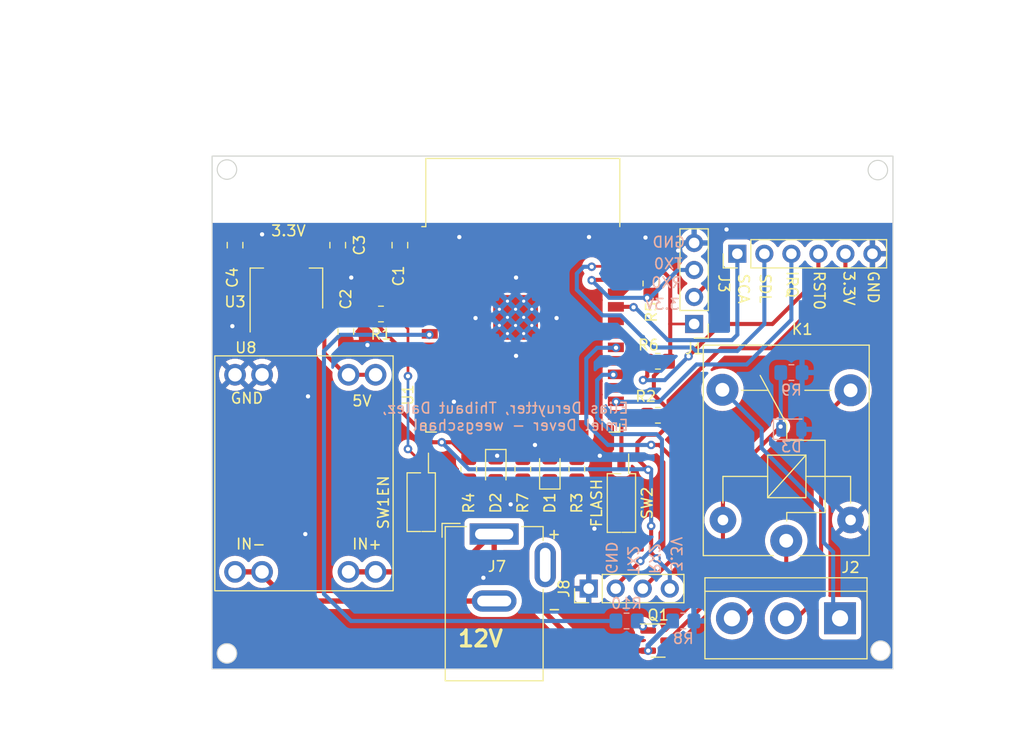
<source format=kicad_pcb>
(kicad_pcb (version 20221018) (generator pcbnew)
  (layers (0 "F.Cu" signal) (31 "B.Cu" signal) (34 "B.Paste" user) (35 "F.Paste" user) (36 "B.SilkS" user "B.Silkscreen") (37 "F.SilkS" user "F.Silkscreen") (38 "B.Mask" user) (39 "F.Mask" user) (44 "Edge.Cuts" user))
  (net 0 "")
  (net 1 "+3.3V")
  (net 2 "GND")
  (net 3 "VDD")
  (net 4 "Net-(D1-K)")
  (net 5 "GPIO2")
  (net 6 "Net-(D2-A)")
  (net 7 "RX0")
  (net 8 "TX0")
  (net 9 "/EN")
  (net 10 "GPIO0")
  (net 11 "GPIO5")
  (net 12 "Net-(D3-K)")
  (net 13 "Net-(J2-Pin_1)")
  (net 14 "Net-(J2-Pin_2)")
  (net 15 "Net-(J2-Pin_3)")
  (net 16 "+12V")
  (net 17 "Net-(Q1-B)")
  (net 18 "A8")
  (net 19 "GPIO32")
  (net 30 "GPIO4")
  (net 36 "GPIO21")
  (net 37 "GPIO22")
  (net 42 "Net-(J7-Pad2)")
  (net 45 "TX2")
  (net 46 "RX2")
  (footprint "RF_Module:ESP32-WROOM-32" (layer "F.Cu") (at 125.095 63.328)
    (fp_text reference "U1" (at -10.795 6.395 90) (layer "F.SilkS"))
    (fp_text value "ESP32-WROOM-32")
    (pad "1" smd rect (at -8.75 -8.25) (size 1.5 0.9) (layers "F.Cu" "F.Paste" "F.Mask") (net 2 "GND"))
    (pad "2" smd rect (at -8.75 -6.98) (size 1.5 0.9) (layers "F.Cu" "F.Paste" "F.Mask") (net 1 "+3.3V"))
    (pad "3" smd rect (at -8.75 -5.71) (size 1.5 0.9) (layers "F.Cu" "F.Paste" "F.Mask") (net 9 "/EN"))
    (pad "4" smd rect (at -8.75 -4.44) (size 1.5 0.9) (layers "F.Cu" "F.Paste" "F.Mask"))
    (pad "5" smd rect (at -8.75 -3.17) (size 1.5 0.9) (layers "F.Cu" "F.Paste" "F.Mask"))
    (pad "6" smd rect (at -8.75 -1.9) (size 1.5 0.9) (layers "F.Cu" "F.Paste" "F.Mask"))
    (pad "7" smd rect (at -8.75 -0.63) (size 1.5 0.9) (layers "F.Cu" "F.Paste" "F.Mask"))
    (pad "8" smd rect (at -8.75 0.64) (size 1.5 0.9) (layers "F.Cu" "F.Paste" "F.Mask") (net 19 "GPIO32"))
    (pad "9" smd rect (at -8.75 1.91) (size 1.5 0.9) (layers "F.Cu" "F.Paste" "F.Mask"))
    (pad "10" smd rect (at -8.75 3.18) (size 1.5 0.9) (layers "F.Cu" "F.Paste" "F.Mask") (net 18 "A8"))
    (pad "11" smd rect (at -8.75 4.45) (size 1.5 0.9) (layers "F.Cu" "F.Paste" "F.Mask"))
    (pad "12" smd rect (at -8.75 5.72) (size 1.5 0.9) (layers "F.Cu" "F.Paste" "F.Mask"))
    (pad "13" smd rect (at -8.75 6.99) (size 1.5 0.9) (layers "F.Cu" "F.Paste" "F.Mask"))
    (pad "14" smd rect (at -8.75 8.26) (size 1.5 0.9) (layers "F.Cu" "F.Paste" "F.Mask"))
    (pad "15" smd rect (at -5.71 9.51 90) (size 1.5 0.9) (layers "F.Cu" "F.Paste" "F.Mask") (net 2 "GND"))
    (pad "16" smd rect (at -4.44 9.51 90) (size 1.5 0.9) (layers "F.Cu" "F.Paste" "F.Mask"))
    (pad "17" smd rect (at -3.17 9.51 90) (size 1.5 0.9) (layers "F.Cu" "F.Paste" "F.Mask"))
    (pad "18" smd rect (at -1.9 9.51 90) (size 1.5 0.9) (layers "F.Cu" "F.Paste" "F.Mask"))
    (pad "19" smd rect (at -0.63 9.51 90) (size 1.5 0.9) (layers "F.Cu" "F.Paste" "F.Mask"))
    (pad "20" smd rect (at 0.64 9.51 90) (size 1.5 0.9) (layers "F.Cu" "F.Paste" "F.Mask"))
    (pad "21" smd rect (at 1.91 9.51 90) (size 1.5 0.9) (layers "F.Cu" "F.Paste" "F.Mask"))
    (pad "22" smd rect (at 3.18 9.51 90) (size 1.5 0.9) (layers "F.Cu" "F.Paste" "F.Mask"))
    (pad "23" smd rect (at 4.45 9.51 90) (size 1.5 0.9) (layers "F.Cu" "F.Paste" "F.Mask"))
    (pad "24" smd rect (at 5.72 9.51 90) (size 1.5 0.9) (layers "F.Cu" "F.Paste" "F.Mask") (net 5 "GPIO2"))
    (pad "25" smd rect (at 8.75 8.26) (size 1.5 0.9) (layers "F.Cu" "F.Paste" "F.Mask") (net 10 "GPIO0"))
    (pad "26" smd rect (at 8.75 6.99) (size 1.5 0.9) (layers "F.Cu" "F.Paste" "F.Mask") (net 30 "GPIO4"))
    (pad "27" smd rect (at 8.75 5.72) (size 1.5 0.9) (layers "F.Cu" "F.Paste" "F.Mask"))
    (pad "28" smd rect (at 8.75 4.45) (size 1.5 0.9) (layers "F.Cu" "F.Paste" "F.Mask") (net 45 "TX2"))
    (pad "29" smd rect (at 8.75 3.18) (size 1.5 0.9) (layers "F.Cu" "F.Paste" "F.Mask") (net 11 "GPIO5"))
    (pad "30" smd rect (at 8.75 1.91) (size 1.5 0.9) (layers "F.Cu" "F.Paste" "F.Mask") (net 46 "RX2"))
    (pad "31" smd rect (at 8.75 0.64) (size 1.5 0.9) (layers "F.Cu" "F.Paste" "F.Mask"))
    (pad "32" smd rect (at 8.75 -0.63) (size 1.5 0.9) (layers "F.Cu" "F.Paste" "F.Mask"))
    (pad "33" smd rect (at 8.75 -1.9) (size 1.5 0.9) (layers "F.Cu" "F.Paste" "F.Mask") (net 36 "GPIO21"))
    (pad "34" smd rect (at 8.75 -3.17) (size 1.5 0.9) (layers "F.Cu" "F.Paste" "F.Mask") (net 7 "RX0"))
    (pad "35" smd rect (at 8.75 -4.44) (size 1.5 0.9) (layers "F.Cu" "F.Paste" "F.Mask") (net 8 "TX0"))
    (pad "36" smd rect (at 8.75 -5.71) (size 1.5 0.9) (layers "F.Cu" "F.Paste" "F.Mask") (net 37 "GPIO22"))
    (pad "37" smd rect (at 8.75 -6.98) (size 1.5 0.9) (layers "F.Cu" "F.Paste" "F.Mask"))
    (pad "38" smd rect (at 8.75 -8.25) (size 1.5 0.9) (layers "F.Cu" "F.Paste" "F.Mask") (net 2 "GND"))
    (pad "39" smd rect (at -2.205 -2.435) (size 1.05 1.05) (layers "F.Cu" "F.Paste") (net 2 "GND"))
    (pad "39" thru_hole circle (at -2.205 -1.6725) (size 0.6 0.6) (drill 0.3) (property pad_prop_heatsink) (layers "*.Cu" "F.Mask") (net 2 "GND"))
    (pad "39" smd rect (at -2.205 -0.91) (size 1.05 1.05) (layers "F.Cu" "F.Paste") (net 2 "GND"))
    (pad "39" thru_hole circle (at -2.205 -0.1475) (size 0.6 0.6) (drill 0.3) (property pad_prop_heatsink) (layers "*.Cu" "F.Mask") (net 2 "GND"))
    (pad "39" smd rect (at -2.205 0.615) (size 1.05 1.05) (layers "F.Cu" "F.Paste") (net 2 "GND"))
    (pad "39" thru_hole circle (at -1.4425 -2.435) (size 0.6 0.6) (drill 0.3) (property pad_prop_heatsink) (layers "*.Cu" "F.Mask") (net 2 "GND"))
    (pad "39" thru_hole circle (at -1.4425 -0.91) (size 0.6 0.6) (drill 0.3) (property pad_prop_heatsink) (layers "*.Cu" "F.Mask") (net 2 "GND"))
    (pad "39" thru_hole circle (at -1.4425 0.615) (size 0.6 0.6) (drill 0.3) (property pad_prop_heatsink) (layers "*.Cu" "F.Mask") (net 2 "GND"))
    (pad "39" smd rect (at -0.68 -2.435) (size 1.05 1.05) (layers "F.Cu" "F.Paste") (net 2 "GND"))
    (pad "39" thru_hole circle (at -0.68 -1.6725) (size 0.6 0.6) (drill 0.3) (property pad_prop_heatsink) (layers "*.Cu" "F.Mask") (net 2 "GND"))
    (pad "39" smd rect (at -0.68 -0.91) (size 1.05 1.05) (layers "F.Cu" "F.Paste") (net 2 "GND"))
    (pad "39" smd rect (at -0.68 -0.91) (size 4.2 4.2) (layers "F.Cu" "F.Mask") (net 2 "GND"))
    (pad "39" thru_hole circle (at -0.68 -0.1475) (size 0.6 0.6) (drill 0.3) (property pad_prop_heatsink) (layers "*.Cu" "F.Mask") (net 2 "GND"))
    (pad "39" smd rect (at -0.68 0.615) (size 1.05 1.05) (layers "F.Cu" "F.Paste") (net 2 "GND"))
    (pad "39" thru_hole circle (at 0.0825 -2.435) (size 0.6 0.6) (drill 0.3) (property pad_prop_heatsink) (layers "*.Cu" "F.Mask") (net 2 "GND"))
    (pad "39" thru_hole circle (at 0.0825 -0.91) (size 0.6 0.6) (drill 0.3) (property pad_prop_heatsink) (layers "*.Cu" "F.Mask") (net 2 "GND"))
    (pad "39" thru_hole circle (at 0.0825 0.615) (size 0.6 0.6) (drill 0.3) (property pad_prop_heatsink) (layers "*.Cu" "F.Mask") (net 2 "GND"))
    (pad "39" smd rect (at 0.845 -2.435) (size 1.05 1.05) (layers "F.Cu" "F.Paste") (net 2 "GND"))
    (pad "39" thru_hole circle (at 0.845 -1.6725) (size 0.6 0.6) (drill 0.3) (property pad_prop_heatsink) (layers "*.Cu" "F.Mask") (net 2 "GND"))
    (pad "39" smd rect (at 0.845 -0.91) (size 1.05 1.05) (layers "F.Cu" "F.Paste") (net 2 "GND"))
    (pad "39" thru_hole circle (at 0.845 -0.1475) (size 0.6 0.6) (drill 0.3) (property pad_prop_heatsink) (layers "*.Cu" "F.Mask") (net 2 "GND"))
    (pad "39" smd rect (at 0.845 0.615) (size 1.05 1.05) (layers "F.Cu" "F.Paste") (net 2 "GND"))
    (zone (net 0) (net_name "") (layers "F.Cu" "In1.Cu" "B.Cu") (connect_pads (clearance 0)) (min_thickness 0.254)
      (keepout (tracks not_allowed) (vias not_allowed) (pads not_allowed) (copperpour not_allowed) (footprints not_allowed))
      (fill (thermal_gap 0.508) (thermal_bridge_width 0.508))
      (polygon (pts (xy 83.315 53.528) (xy 166.875 53.528) (xy 166.875 32.588) (xy 83.315 32.588)))
    )
  )
  (footprint "Connector_PinHeader_2.54mm:PinHeader_1x06_P2.54mm_Vertical" (layer "F.Cu") (at 145.264 56.436 90)
    (fp_text reference "J3" (at -2.794 -1.27 270 unlocked) (layer "F.SilkS"))
    (fp_text value "Conn_01x06_Pin")
    (pad "1" thru_hole rect (at 0 0 90) (size 1.7 1.7) (drill 1) (layers "*.Cu" "*.Mask") (net 36 "GPIO21"))
    (pad "2" thru_hole oval (at 0 2.54 90) (size 1.7 1.7) (drill 1) (layers "*.Cu" "*.Mask") (net 37 "GPIO22"))
    (pad "3" thru_hole oval (at 0 5.08 90) (size 1.7 1.7) (drill 1) (layers "*.Cu" "*.Mask") (net 30 "GPIO4"))
    (pad "4" thru_hole oval (at 0 7.62 90) (size 1.7 1.7) (drill 1) (layers "*.Cu" "*.Mask") (net 11 "GPIO5"))
    (pad "5" thru_hole oval (at 0 10.16 90) (size 1.7 1.7) (drill 1) (layers "*.Cu" "*.Mask") (net 1 "+3.3V"))
    (pad "6" thru_hole oval (at 0 12.7 90) (size 1.7 1.7) (drill 1) (layers "*.Cu" "*.Mask") (net 2 "GND"))
  )
  (footprint "Capacitor_SMD:C_0805_2012Metric_Pad1.18x1.45mm_HandSolder" (layer "F.Cu") (at 108.458 63.754 -90)
    (fp_text reference "C2" (at -3.048 0 90) (layer "F.SilkS"))
    (fp_text value "10uF")
    (pad "1" smd roundrect (at -1.0375 0 270) (size 1.175 1.45) (layers "F.Cu" "F.Paste" "F.Mask") (roundrect_rratio 0.2127659574) (net 3 "VDD"))
    (pad "2" smd roundrect (at 1.0375 0 270) (size 1.175 1.45) (layers "F.Cu" "F.Paste" "F.Mask") (roundrect_rratio 0.2127659574) (net 2 "GND"))
  )
  (footprint "Package_TO_SOT_SMD:SOT-223-3_TabPin2" (layer "F.Cu") (at 102.87 59.69 90)
    (fp_text reference "U3" (at -1.27 -4.826 180) (layer "F.SilkS"))
    (fp_text value "AMS1117-3.3")
    (pad "1" smd rect (at -3.15 -2.3 90) (size 2 1.5) (layers "F.Cu" "F.Paste" "F.Mask") (net 2 "GND"))
    (pad "2" smd rect (at -3.15 0 90) (size 2 1.5) (layers "F.Cu" "F.Paste" "F.Mask") (net 1 "+3.3V"))
    (pad "2" smd rect (at 3.15 0 90) (size 2 3.8) (layers "F.Cu" "F.Paste" "F.Mask") (net 1 "+3.3V"))
    (pad "3" smd rect (at -3.15 2.3 90) (size 2 1.5) (layers "F.Cu" "F.Paste" "F.Mask") (net 3 "VDD"))
  )
  (footprint "Relay_THT:Relay_SPDT_SANYOU_SRD_Series_Form_C" (layer "F.Cu") (at 149.86 83.43 90)
    (fp_text reference "K1" (at 19.882 1.5 180) (layer "F.SilkS"))
    (fp_text value "SANYOU_SRD_Form_C")
    (pad "1" thru_hole circle (at 0 0 180) (size 3 3) (drill 1.3) (layers "*.Cu" "*.Mask") (net 15 "Net-(J2-Pin_3)"))
    (pad "2" thru_hole circle (at 1.95 6.05 180) (size 2.5 2.5) (drill 1) (layers "*.Cu" "*.Mask") (net 2 "GND"))
    (pad "3" thru_hole circle (at 14.15 6.05 180) (size 3 3) (drill 1.3) (layers "*.Cu" "*.Mask") (net 14 "Net-(J2-Pin_2)"))
    (pad "4" thru_hole circle (at 14.2 -6 180) (size 3 3) (drill 1.3) (layers "*.Cu" "*.Mask") (net 13 "Net-(J2-Pin_1)"))
    (pad "5" thru_hole circle (at 1.95 -5.95 180) (size 2.5 2.5) (drill 1) (layers "*.Cu" "*.Mask") (net 12 "Net-(D3-K)"))
  )
  (footprint "Button_Switch_SMD:SW_DIP_SPSTx01_Slide_Copal_CHS-01B_W7.62mm_P1.27mm" (layer "F.Cu") (at 134.366 79.883 -90)
    (fp_text reference "SW2" (at 0 -2.413 90) (layer "F.SilkS"))
    (fp_text value "FLASH" (at 0 2.33 90) (layer "F.SilkS"))
    (pad "1" smd rect (at -3.81 0 270) (size 1.6 0.76) (layers "F.Cu" "F.Paste" "F.Mask") (net 10 "GPIO0"))
    (pad "2" smd rect (at 3.81 0 270) (size 1.6 0.76) (layers "F.Cu" "F.Paste" "F.Mask") (net 2 "GND"))
  )
  (footprint "Package_TO_SOT_SMD:SOT-23" (layer "F.Cu") (at 137.8195 92.824)
    (fp_text reference "Q1" (at 0 -2.4) (layer "F.SilkS"))
    (fp_text value "MMBT3906")
    (pad "1" smd roundrect (at -0.9375 -0.95) (size 1.475 0.6) (layers "F.Cu" "F.Paste" "F.Mask") (net 17 "Net-(Q1-B)"))
    (pad "2" smd roundrect (at -0.9375 0.95) (size 1.475 0.6) (layers "F.Cu" "F.Paste" "F.Mask") (net 16 "+12V"))
    (pad "3" smd roundrect (at 0.9375 0) (size 1.475 0.6) (layers "F.Cu" "F.Paste" "F.Mask") (net 12 "Net-(D3-K)"))
  )
  (footprint "Resistor_SMD:R_0805_2012Metric_Pad1.20x1.40mm_HandSolder" (layer "F.Cu") (at 111.76 62.103)
    (fp_text reference "R1" (at 0 1.905) (layer "F.SilkS"))
    (fp_text value "10K")
    (pad "1" smd roundrect (at -1 0) (size 1.2 1.4) (layers "F.Cu" "F.Paste" "F.Mask") (roundrect_rratio 0.2083333333) (net 1 "+3.3V"))
    (pad "2" smd roundrect (at 1 0) (size 1.2 1.4) (layers "F.Cu" "F.Paste" "F.Mask") (roundrect_rratio 0.2083333333) (net 9 "/EN"))
  )
  (footprint "Button_Switch_SMD:SW_DIP_SPSTx01_Slide_Copal_CHS-01B_W7.62mm_P1.27mm" (layer "F.Cu") (at 115.546 79.804 -90)
    (fp_text reference "SW1" (at 1.016 3.556 90) (layer "F.SilkS"))
    (fp_text value "EN" (at -1.524 3.556 90) (layer "F.SilkS"))
    (pad "1" smd rect (at -3.81 0 270) (size 1.6 0.76) (layers "F.Cu" "F.Paste" "F.Mask") (net 9 "/EN"))
    (pad "2" smd rect (at 3.81 0 270) (size 1.6 0.76) (layers "F.Cu" "F.Paste" "F.Mask") (net 2 "GND"))
  )
  (footprint "Resistor_SMD:R_0805_2012Metric_Pad1.20x1.40mm_HandSolder" (layer "F.Cu") (at 137.795 71.628 180)
    (fp_text reference "R2" (at 1.143 1.778) (layer "F.SilkS"))
    (fp_text value "10K")
    (pad "1" smd roundrect (at -1 0 180) (size 1.2 1.4) (layers "F.Cu" "F.Paste" "F.Mask") (roundrect_rratio 0.2083333333) (net 1 "+3.3V"))
    (pad "2" smd roundrect (at 1 0 180) (size 1.2 1.4) (layers "F.Cu" "F.Paste" "F.Mask") (roundrect_rratio 0.2083333333) (net 10 "GPIO0"))
  )
  (footprint "Resistor_SMD:R_0805_2012Metric_Pad1.20x1.40mm_HandSolder" (layer "F.Cu") (at 137.136 59.23 -90)
    (fp_text reference "R5" (at 2.691 -0.048 -270) (layer "F.SilkS"))
    (fp_text value "10K")
    (pad "1" smd roundrect (at -1 0 270) (size 1.2 1.4) (layers "F.Cu" "F.Paste" "F.Mask") (roundrect_rratio 0.2083333333) (net 1 "+3.3V"))
    (pad "2" smd roundrect (at 1 0 270) (size 1.2 1.4) (layers "F.Cu" "F.Paste" "F.Mask") (roundrect_rratio 0.2083333333) (net 8 "TX0"))
  )
  (footprint "Resistor_SMD:R_0805_2012Metric_Pad1.20x1.40mm_HandSolder" (layer "F.Cu") (at 130.175 76.708 90)
    (fp_text reference "R3" (at -3.175 0 90) (layer "F.SilkS"))
    (fp_text value "10K")
    (pad "1" smd roundrect (at -1 0 90) (size 1.2 1.4) (layers "F.Cu" "F.Paste" "F.Mask") (roundrect_rratio 0.2083333333) (net 2 "GND"))
    (pad "2" smd roundrect (at 1 0 90) (size 1.2 1.4) (layers "F.Cu" "F.Paste" "F.Mask") (roundrect_rratio 0.2083333333) (net 5 "GPIO2"))
  )
  (footprint "Resistor_SMD:R_0805_2012Metric_Pad1.20x1.40mm_HandSolder" (layer "F.Cu") (at 137.795 66.548 180)
    (fp_text reference "R6" (at 0.889 1.524) (layer "F.SilkS"))
    (fp_text value "10K")
    (pad "1" smd roundrect (at -1 0 180) (size 1.2 1.4) (layers "F.Cu" "F.Paste" "F.Mask") (roundrect_rratio 0.2083333333) (net 1 "+3.3V"))
    (pad "2" smd roundrect (at 1 0 180) (size 1.2 1.4) (layers "F.Cu" "F.Paste" "F.Mask") (roundrect_rratio 0.2083333333) (net 11 "GPIO5"))
  )
  (footprint "Connector_BarrelJack:BarrelJack_GCT_DCJ200-10-A_Horizontal" (layer "F.Cu") (at 122.404 82.804)
    (fp_text reference "J7" (at 0.254 3.048) (layer "F.SilkS"))
    (fp_text value "Barrel_Jack")
    (pad "1" thru_hole rect (at 0 0) (size 4.6 2) (drill oval 3.6 1) (layers "*.Cu" "*.Mask") (net 16 "+12V"))
    (pad "2" thru_hole oval (at 0 6.3) (size 4.2 2) (drill oval 3.2 1) (layers "*.Cu" "*.Mask") (net 42 "Net-(J7-Pad2)"))
    (pad "3" thru_hole oval (at 4.8 2.9) (size 2 4.2) (drill oval 1 3.2) (layers "*.Cu" "*.Mask"))
  )
  (footprint "Resistor_SMD:R_0805_2012Metric_Pad1.20x1.40mm_HandSolder" (layer "F.Cu") (at 125.095 76.708 90)
    (fp_text reference "R7" (at -3.175 0 90) (layer "F.SilkS"))
    (fp_text value "1K")
    (pad "1" smd roundrect (at -1 0 90) (size 1.2 1.4) (layers "F.Cu" "F.Paste" "F.Mask") (roundrect_rratio 0.2083333333) (net 4 "Net-(D1-K)"))
    (pad "2" smd roundrect (at 1 0 90) (size 1.2 1.4) (layers "F.Cu" "F.Paste" "F.Mask") (roundrect_rratio 0.2083333333) (net 2 "GND"))
  )
  (footprint "Capacitor_SMD:C_0805_2012Metric_Pad1.18x1.45mm_HandSolder" (layer "F.Cu") (at 113.538 55.626 90)
    (fp_text reference "C1" (at -2.8995 -0.127 90) (layer "F.SilkS"))
    (fp_text value "100uF/6.3V")
    (pad "1" smd roundrect (at -1.0375 0 90) (size 1.175 1.45) (layers "F.Cu" "F.Paste" "F.Mask") (roundrect_rratio 0.2127659574) (net 1 "+3.3V"))
    (pad "2" smd roundrect (at 1.0375 0 90) (size 1.175 1.45) (layers "F.Cu" "F.Paste" "F.Mask") (roundrect_rratio 0.2127659574) (net 2 "GND"))
  )
  (footprint "Resistor_SMD:R_0805_2012Metric_Pad1.20x1.40mm_HandSolder" (layer "F.Cu") (at 120.015 76.708 -90)
    (fp_text reference "R4" (at 3.175 0 90) (layer "F.SilkS"))
    (fp_text value "1K")
    (pad "1" smd roundrect (at -1 0 270) (size 1.2 1.4) (layers "F.Cu" "F.Paste" "F.Mask") (roundrect_rratio 0.2083333333) (net 1 "+3.3V"))
    (pad "2" smd roundrect (at 1 0 270) (size 1.2 1.4) (layers "F.Cu" "F.Paste" "F.Mask") (roundrect_rratio 0.2083333333) (net 6 "Net-(D2-A)"))
  )
  (footprint "Library:U1584" (layer "F.Cu") (at 104.648 66.04)
    (fp_text reference "U8" (at -5.588 -0.762 unlocked) (layer "F.SilkS"))
    (fp_text value "MP1584")
    (pad "1" thru_hole circle (at -6.604 20.32) (size 2.032 2.032) (drill 1.27) (layers "*.Cu" "*.Mask") (net 42 "Net-(J7-Pad2)"))
    (pad "2" thru_hole circle (at -4.064 20.32) (size 2.032 2.032) (drill 1.27) (layers "*.Cu" "*.Mask") (net 42 "Net-(J7-Pad2)"))
    (pad "3" thru_hole circle (at 4.064 20.32) (size 2.032 2.032) (drill 1.27) (layers "*.Cu" "*.Mask") (net 16 "+12V"))
    (pad "4" thru_hole circle (at 6.604 20.32) (size 2.032 2.032) (drill 1.27) (layers "*.Cu" "*.Mask") (net 16 "+12V"))
    (pad "5" thru_hole circle (at 6.604 1.778) (size 2.032 2.032) (drill 1.27) (layers "*.Cu" "*.Mask") (net 3 "VDD"))
    (pad "6" thru_hole circle (at 4.064 1.778) (size 2.032 2.032) (drill 1.27) (layers "*.Cu" "*.Mask") (net 3 "VDD"))
    (pad "7" thru_hole circle (at -4.064 1.778) (size 2.032 2.032) (drill 1.27) (layers "*.Cu" "*.Mask") (net 2 "GND"))
    (pad "8" thru_hole circle (at -6.604 1.778) (size 2.032 2.032) (drill 1.27) (layers "*.Cu" "*.Mask") (net 2 "GND"))
  )
  (footprint "Connector_PinHeader_2.54mm:PinHeader_1x04_P2.54mm_Vertical" (layer "F.Cu") (at 131.294 87.932 90)
    (fp_text reference "J8" (at 0 -2.33 90) (layer "F.SilkS"))
    (fp_text value "Conn_01x04_Pin")
    (pad "1" thru_hole rect (at 0 0 90) (size 1.7 1.7) (drill 1) (layers "*.Cu" "*.Mask") (net 2 "GND"))
    (pad "2" thru_hole oval (at 0 2.54 90) (size 1.7 1.7) (drill 1) (layers "*.Cu" "*.Mask") (net 45 "TX2"))
    (pad "3" thru_hole oval (at 0 5.08 90) (size 1.7 1.7) (drill 1) (layers "*.Cu" "*.Mask") (net 46 "RX2"))
    (pad "4" thru_hole oval (at 0 7.62 90) (size 1.7 1.7) (drill 1) (layers "*.Cu" "*.Mask") (net 1 "+3.3V"))
  )
  (footprint "LED_SMD:LED_0805_2012Metric_Pad1.15x1.40mm_HandSolder" (layer "F.Cu") (at 122.555 76.708 -90)
    (fp_text reference "D2" (at 3.175 0 90) (layer "F.SilkS"))
    (fp_text value "PWR")
    (pad "1" smd roundrect (at -1.025 0 270) (size 1.15 1.4) (layers "F.Cu" "F.Paste" "F.Mask") (roundrect_rratio 0.2173913043) (net 2 "GND"))
    (pad "2" smd roundrect (at 1.025 0 270) (size 1.15 1.4) (layers "F.Cu" "F.Paste" "F.Mask") (roundrect_rratio 0.2173913043) (net 6 "Net-(D2-A)"))
  )
  (footprint "Connector_PinHeader_2.54mm:PinHeader_1x04_P2.54mm_Vertical" (layer "F.Cu") (at 141.2 63.04 180)
    (fp_text reference "J1" (at 0 -2.33 180) (layer "F.SilkS"))
    (fp_text value "Conn_01x04_Pin")
    (pad "1" thru_hole rect (at 0 0 180) (size 1.7 1.7) (drill 1) (layers "*.Cu" "*.Mask") (net 1 "+3.3V"))
    (pad "2" thru_hole oval (at 0 2.54 180) (size 1.7 1.7) (drill 1) (layers "*.Cu" "*.Mask") (net 7 "RX0"))
    (pad "3" thru_hole oval (at 0 5.08 180) (size 1.7 1.7) (drill 1) (layers "*.Cu" "*.Mask") (net 8 "TX0"))
    (pad "4" thru_hole oval (at 0 7.62 180) (size 1.7 1.7) (drill 1) (layers "*.Cu" "*.Mask") (net 2 "GND"))
  )
  (footprint "Capacitor_SMD:C_0805_2012Metric_Pad1.18x1.45mm_HandSolder" (layer "F.Cu") (at 98.044 55.626 90)
    (fp_text reference "C4" (at -3.048 -0.254 90) (layer "F.SilkS"))
    (fp_text value "10uF")
    (pad "1" smd roundrect (at -1.0375 0 90) (size 1.175 1.45) (layers "F.Cu" "F.Paste" "F.Mask") (roundrect_rratio 0.2127659574) (net 1 "+3.3V"))
    (pad "2" smd roundrect (at 1.0375 0 90) (size 1.175 1.45) (layers "F.Cu" "F.Paste" "F.Mask") (roundrect_rratio 0.2127659574) (net 2 "GND"))
  )
  (footprint "LED_SMD:LED_0805_2012Metric_Pad1.15x1.40mm_HandSolder" (layer "F.Cu") (at 127.635 76.708 90)
    (fp_text reference "D1" (at -3.175 0 90) (layer "F.SilkS"))
    (fp_text value "BLUE")
    (pad "1" smd roundrect (at -1.025 0 90) (size 1.15 1.4) (layers "F.Cu" "F.Paste" "F.Mask") (roundrect_rratio 0.2173913043) (net 4 "Net-(D1-K)"))
    (pad "2" smd roundrect (at 1.025 0 90) (size 1.15 1.4) (layers "F.Cu" "F.Paste" "F.Mask") (roundrect_rratio 0.2173913043) (net 5 "GPIO2"))
  )
  (footprint "TerminalBlock:TerminalBlock_bornier-3_P5.08mm" (layer "F.Cu") (at 154.916 90.726 180)
    (fp_text reference "J2" (at -0.992 4.778) (layer "F.SilkS"))
    (fp_text value "Screw_Terminal_01x03")
    (pad "1" thru_hole rect (at 0 0 180) (size 3 3) (drill 1.52) (layers "*.Cu" "*.Mask") (net 13 "Net-(J2-Pin_1)"))
    (pad "2" thru_hole circle (at 5.08 0 180) (size 3 3) (drill 1.52) (layers "*.Cu" "*.Mask") (net 14 "Net-(J2-Pin_2)"))
    (pad "3" thru_hole circle (at 10.16 0 180) (size 3 3) (drill 1.52) (layers "*.Cu" "*.Mask") (net 15 "Net-(J2-Pin_3)"))
  )
  (footprint "Capacitor_SMD:C_0805_2012Metric_Pad1.18x1.45mm_HandSolder" (layer "F.Cu") (at 107.696 55.626 -90)
    (fp_text reference "C3" (at 0 -2.032 90) (layer "F.SilkS"))
    (fp_text value "100nF")
    (pad "1" smd roundrect (at -1.0375 0 270) (size 1.175 1.45) (layers "F.Cu" "F.Paste" "F.Mask") (roundrect_rratio 0.2127659574) (net 2 "GND"))
    (pad "2" smd roundrect (at 1.0375 0 270) (size 1.175 1.45) (layers "F.Cu" "F.Paste" "F.Mask") (roundrect_rratio 0.2127659574) (net 1 "+3.3V"))
  )
  (footprint "Resistor_SMD:R_0805_2012Metric_Pad1.20x1.40mm_HandSolder" (layer "B.Cu") (at 150.344 67.612)
    (fp_text reference "R9" (at 0 1.65) (layer "B.SilkS") (effects (justify mirror)))
    (fp_text value "1k")
    (pad "1" smd roundrect (at -1 0) (size 1.2 1.4) (layers "B.Cu" "B.Paste" "B.Mask") (roundrect_rratio 0.2083333333) (net 12 "Net-(D3-K)"))
    (pad "2" smd roundrect (at 1 0) (size 1.2 1.4) (layers "B.Cu" "B.Paste" "B.Mask") (roundrect_rratio 0.2083333333) (net 2 "GND"))
  )
  (footprint "Resistor_SMD:R_0805_2012Metric_Pad1.20x1.40mm_HandSolder" (layer "B.Cu") (at 134.85 90.98 180)
    (fp_text reference "R10" (at 0 1.65) (layer "B.SilkS") (effects (justify mirror)))
    (fp_text value "1k")
    (pad "1" smd roundrect (at -1 0 180) (size 1.2 1.4) (layers "B.Cu" "B.Paste" "B.Mask") (roundrect_rratio 0.2083333333) (net 17 "Net-(Q1-B)"))
    (pad "2" smd roundrect (at 1 0 180) (size 1.2 1.4) (layers "B.Cu" "B.Paste" "B.Mask") (roundrect_rratio 0.2083333333) (net 19 "GPIO32"))
  )
  (footprint "Diode_SMD:D_0805_2012Metric" (layer "B.Cu") (at 150.344 72.946)
    (fp_text reference "D3" (at 0 1.65) (layer "B.SilkS") (effects (justify mirror)))
    (fp_text value "D")
    (pad "1" smd roundrect (at -0.9375 0) (size 0.975 1.4) (layers "B.Cu" "B.Paste" "B.Mask") (net 12 "Net-(D3-K)"))
    (pad "2" smd roundrect (at 0.9375 0) (size 0.975 1.4) (layers "B.Cu" "B.Paste" "B.Mask") (net 2 "GND"))
  )
  (footprint "Resistor_SMD:R_0805_2012Metric_Pad1.20x1.40mm_HandSolder" (layer "B.Cu") (at 140.184 90.98)
    (fp_text reference "R8" (at 0 1.65) (layer "B.SilkS") (effects (justify mirror)))
    (fp_text value "1k")
    (pad "1" smd roundrect (at -1 0) (size 1.2 1.4) (layers "B.Cu" "B.Paste" "B.Mask") (roundrect_rratio 0.2083333333) (net 16 "+12V"))
    (pad "2" smd roundrect (at 1 0) (size 1.2 1.4) (layers "B.Cu" "B.Paste" "B.Mask") (roundrect_rratio 0.2083333333) (net 2 "GND"))
  )
  (gr_circle (center 97.282 94.028) (end 98.044 94.536) (stroke (width 0.1)) (fill none) (layer "Edge.Cuts"))
  (gr_rect (start 95.885 47.244) (end 159.893 95.504) (stroke (width 0.1)) (fill none) (layer "Edge.Cuts"))
  (gr_circle (center 158.472 48.562) (end 159.234 48.054) (stroke (width 0.1)) (fill none) (layer "Edge.Cuts"))
  (gr_circle (center 158.726 93.774) (end 159.488 94.282) (stroke (width 0.1)) (fill none) (layer "Edge.Cuts"))
  (gr_circle (center 97.282 48.514) (end 97.79 49.276) (stroke (width 0.1)) (fill none) (layer "Edge.Cuts"))
  (gr_text "GND" (at 132.818 86.662 -90) (layer "B.SilkS") (effects (font (size 1 1)) (justify left bottom mirror)))
  (gr_text "TX0" (at 140.184 57.96) (layer "B.SilkS") (effects (font (size 1 1)) (justify left bottom mirror)))
  (gr_text "3.3V\n" (at 138.914 86.408 -90) (layer "B.SilkS") (effects (font (size 1 1)) (justify left bottom mirror)))
  (gr_text "Elias Deruytter, Thibaut Dalez,\nEmiel Dever - weegschaal" (at 135.128 73.152) (layer "B.SilkS") (effects (font (size 1 1)) (justify left bottom mirror)))
  (gr_text "RX2\n" (at 136.882 86.662 -90) (layer "B.SilkS") (effects (font (size 1 1)) (justify left bottom mirror)))
  (gr_text "GND" (at 140.438 55.928) (layer "B.SilkS") (effects (font (size 1 1)) (justify left bottom mirror)))
  (gr_text "RX0" (at 140.184 59.738) (layer "B.SilkS") (effects (font (size 1 1)) (justify left bottom mirror)))
  (gr_text "3.3V" (at 139.93 61.77) (layer "B.SilkS") (effects (font (size 1 1)) (justify left bottom mirror)))
  (gr_text "TX2" (at 134.85 86.662 -90) (layer "B.SilkS") (effects (font (size 1 1)) (justify left bottom mirror)))
  (gr_text "5V\n" (at 108.966 70.866) (layer "F.SilkS") (effects (font (size 1 1)) (justify left bottom)))
  (gr_text "3.3V" (at 155.17 57.96 270) (layer "F.SilkS") (effects (font (size 1 1)) (justify left bottom)))
  (gr_text "IN-\n" (at 98.044 84.328) (layer "F.SilkS") (effects (font (size 1 1)) (justify left bottom)))
  (gr_text "RST0" (at 152.376 57.96 -90) (layer "F.SilkS") (effects (font (size 1 1)) (justify left bottom)))
  (gr_text "IRQ\n" (at 149.836 57.96 270) (layer "F.SilkS") (effects (font (size 1 1)) (justify left bottom)))
  (gr_text "12V" (at 118.848 93.52) (layer "F.SilkS") (effects (font (size 1.5 1.5) (thickness 0.3) bold) (justify left bottom)))
  (gr_text "GND" (at 97.536 70.612) (layer "F.SilkS") (effects (font (size 1 1)) (justify left bottom)))
  (gr_text "IN+" (at 108.966 84.328) (layer "F.SilkS") (effects (font (size 1 1)) (justify left bottom)))
  (gr_text "+" (at 128.754 82.344 180) (layer "F.SilkS") (effects (font (size 1 1)) (justify left bottom)))
  (gr_text "-\n" (at 128.778 89.408 180) (layer "F.SilkS") (effects (font (size 1 1)) (justify left bottom)))
  (gr_text "3.3V" (at 101.346 54.864) (layer "F.SilkS") (effects (font (size 1 1)) (justify left bottom)))
  (gr_text "SDL" (at 147.296 58.214 270) (layer "F.SilkS") (effects (font (size 1 1)) (justify left bottom)))
  (gr_text "SCA" (at 145.264 58.214 270) (layer "F.SilkS") (effects (font (size 1 1)) (justify left bottom)))
  (gr_text "GND\n" (at 157.456 57.96 -90) (layer "F.SilkS") (effects (font (size 1 1)) (justify left bottom)))
  (segment (start 110.76 62.5) (end 113.157 64.897) (width 0.381) (layer "F.Cu") (net 1))
  (segment (start 137.16 82.042) (end 137.16 84.582) (width 0.381) (layer "F.Cu") (net 1))
  (segment (start 148.566 65.326) (end 155.424 58.468) (width 0.381) (layer "F.Cu") (net 1))
  (segment (start 138.406 58.214) (end 137.152 58.214) (width 0.381) (layer "F.Cu") (net 1))
  (segment (start 143.74 65.326) (end 148.566 65.326) (width 0.381) (layer "F.Cu") (net 1))
  (segment (start 136.628 73.454) (end 135.866 74.216) (width 0.381) (layer "F.Cu") (net 1))
  (segment (start 113.157 64.897) (end 113.157 70.485) (width 0.381) (layer "F.Cu") (net 1))
  (segment (start 138.954 63.04) (end 138.954 58.762) (width 0.381) (layer "F.Cu") (net 1))
  (segment (start 137.414 69.707) (end 137.414 67.929) (width 0.381) (layer "F.Cu") (net 1))
  (segment (start 117.475 74.168) (end 118.475 74.168) (width 0.381) (layer "F.Cu") (net 1))
  (segment (start 137.152 58.214) (end 137.136 58.23) (width 0.381) (layer "F.Cu") (net 1))
  (segment (start 113.157 70.485) (end 113.157 70.739) (width 0.381) (layer "F.Cu") (net 1))
  (segment (start 116.586 74.168) (end 117.475 74.168) (width 0.381) (layer "F.Cu") (net 1))
  (segment (start 110.76 59.4415) (end 110.76 62.103) (width 0.381) (layer "F.Cu") (net 1))
  (segment (start 155.424 58.468) (end 155.424 56.436) (width 0.381) (layer "F.Cu") (net 1))
  (segment (start 138.954 66.389) (end 138.954 63.04) (width 0.381) (layer "F.Cu") (net 1))
  (segment (start 99.829 56.6635) (end 99.9525 56.54) (width 0.381) (layer "F.Cu") (net 1))
  (segment (start 107.696 56.6635) (end 107.5725 56.54) (width 0.381) (layer "F.Cu") (net 1))
  (segment (start 135.866 74.216) (end 135.866 75.74) (width 0.381) (layer "F.Cu") (net 1))
  (segment (start 138.954 58.762) (end 138.406 58.214) (width 0.381) (layer "F.Cu") (net 1))
  (segment (start 138.795 71.628) (end 138.795 72.557) (width 0.381) (layer "F.Cu") (net 1))
  (segment (start 113.8535 56.348) (end 116.345 56.348) (width 0.381) (layer "F.Cu") (net 1))
  (segment (start 107.696 61.366) (end 102.87 56.54) (width 0.381) (layer "F.Cu") (net 1))
  (segment (start 138.795 71.628) (end 138.795 70.271) (width 0.381) (layer "F.Cu") (net 1))
  (segment (start 141.2 63.04) (end 138.954 63.04) (width 0.25) (layer "F.Cu") (net 1))
  (segment (start 102.87 56.54) (end 102.87 62.84) (width 0.381) (layer "F.Cu") (net 1))
  (segment (start 138.795 66.548) (end 138.954 66.389) (width 0.381) (layer "F.Cu") (net 1))
  (segment (start 138.795 71.088) (end 137.414 69.707) (width 0.381) (layer "F.Cu") (net 1))
  (segment (start 135.866 75.74) (end 136.882 76.756) (width 0.381) (layer "F.Cu") (net 1))
  (segment (start 118.475 74.168) (end 120.015 75.708) (width 0.381) (layer "F.Cu") (net 1))
  (segment (start 137.898 73.454) (end 136.628 73.454) (width 0.381) (layer "F.Cu") (net 1))
  (segment (start 99.9525 56.54) (end 102.87 56.54) (width 0.381) (layer "F.Cu") (net 1))
  (segment (start 138.795 70.271) (end 143.74 65.326) (width 0.381) (layer "F.Cu") (net 1))
  (segment (start 110.023 61.366) (end 107.696 61.366) (width 0.381) (layer "F.Cu") (net 1))
  (segment (start 110.76 62.103) (end 110.236 61.579) (width 0.381) (layer "F.Cu") (net 1))
  (segment (start 110.76 62.103) (end 110.76 62.5) (width 0.381) (layer "F.Cu") (net 1))
  (segment (start 137.414 67.929) (end 138.795 66.548) (width 0.381) (layer "F.Cu") (net 1))
  (segment (start 137.16 84.582) (end 137.668 85.09) (width 0.381) (layer "F.Cu") (net 1))
  (segment (start 110.76 62.103) (end 110.023 61.366) (width 0.381) (layer "F.Cu") (net 1))
  (segment (start 113.538 56.6635) (end 110.76 59.4415) (width 0.381) (layer "F.Cu") (net 1))
  (segment (start 138.795 71.628) (end 138.795 71.088) (width 0.381) (layer "F.Cu") (net 1))
  (segment (start 98.298 56.6635) (end 99.829 56.6635) (width 0.381) (layer "F.Cu") (net 1))
  (segment (start 107.5725 56.54) (end 102.87 56.54) (width 0.381) (layer "F.Cu") (net 1))
  (segment (start 113.157 70.739) (end 116.586 74.168) (width 0.381) (layer "F.Cu") (net 1))
  (segment (start 138.795 72.557) (end 137.898 73.454) (width 0.381) (layer "F.Cu") (net 1))
  (segment (start 113.538 56.6635) (end 113.8535 56.348) (width 0.381) (layer "F.Cu") (net 1))
  (via (at 137.668 85.09) (size 0.8) (drill 0.4) (layers "F.Cu" "B.Cu") (net 1))
  (via (at 117.475 74.168) (size 0.8) (drill 0.4) (layers "F.Cu" "B.Cu") (net 1))
  (via (at 136.882 76.756) (size 0.8) (drill 0.4) (layers "F.Cu" "B.Cu") (net 1))
  (via (at 137.16 82.042) (size 0.8) (drill 0.4) (layers "F.Cu" "B.Cu") (net 1))
  (segment (start 137.16 76.708) (end 137.16 82.042) (width 0.381) (layer "B.Cu") (net 1))
  (segment (start 137.668 85.162) (end 138.914 86.408) (width 0.381) (layer "B.Cu") (net 1))
  (segment (start 138.914 86.408) (end 138.914 87.932) (width 0.381) (layer "B.Cu") (net 1))
  (segment (start 117.475 74.168) (end 120.015 76.708) (width 0.381) (layer "B.Cu") (net 1))
  (segment (start 137.668 85.09) (end 137.668 85.162) (width 0.381) (layer "B.Cu") (net 1))
  (segment (start 120.015 76.708) (end 137.16 76.708) (width 0.381) (layer "B.Cu") (net 1))
  (segment (start 114.514 55.078) (end 116.345 55.078) (width 0.381) (layer "F.Cu") (net 2))
  (segment (start 122.89 60.893) (end 125.94 60.893) (width 0.25) (layer "F.Cu") (net 2))
  (segment (start 125.94 63.1805) (end 125.1775 63.943) (width 0.25) (layer "F.Cu") (net 2))
  (segment (start 125.095 75.708) (end 125.095 75.565) (width 0.25) (layer "F.Cu") (net 2))
  (segment (start 125.095 75.565) (end 126.238 74.422) (width 0.25) (layer "F.Cu") (net 2))
  (segment (start 125.94 63.943) (end 122.89 63.943) (width 0.25) (layer "F.Cu") (net 2))
  (segment (start 114.0245 54.5885) (end 114.514 55.078) (width 0.381) (layer "F.Cu") (net 2))
  (segment (start 125.94 60.893) (end 125.94 63.943) (width 0.25) (layer "F.Cu") (net 2))
  (segment (start 122.89 60.893) (end 122.89 63.943) (width 0.25) (layer "F.Cu") (net 2))
  (segment (start 123.6525 63.943) (end 124.415 63.1805) (width 0.25) (layer "F.Cu") (net 2))
  (segment (start 113.538 54.5885) (end 114.0245 54.5885) (width 0.381) (layer "F.Cu") (net 2))
  (segment (start 125.94 61.6555) (end 125.1775 60.893) (width 0.25) (layer "F.Cu") (net 2))
  (segment (start 123.6525 60.893) (end 125.94 60.893) (width 0.25) (layer "F.Cu") (net 2))
  (segment (start 123.6525 63.943) (end 125.1775 63.943) (width 0.25) (layer "F.Cu") (net 2))
  (via (at 123.952 80.01) (size 0.8) (drill 0.4) (layers "F.Cu" "B.Cu") (net 2))
  (via (at 124.46 66.04) (size 0.8) (drill 0.4) (layers "F.Cu" "B.Cu") (net 2))
  (via (at 139.7 56.134) (size 0.8) (drill 0.4) (layers "F.Cu" "B.Cu") (net 2))
  (via (at 122.682 75.438) (size 0.8) (drill 0.4) (layers "F.Cu" "B.Cu") (net 2))
  (via (at 100.584 54.61) (size 0.8) (drill 0.4) (layers "F.Cu" "B.Cu") (net 2))
  (via (at 136.628 54.912) (size 0.8) (drill 0.4) (layers "F.Cu" "B.Cu") (net 2))
  (via (at 131.826 82.296) (size 0.8) (drill 0.4) (layers "F.Cu" "B.Cu") (net 2))
  (via (at 119.126 54.864) (size 0.8) (drill 0.4) (layers "F.Cu" "B.Cu") (net 2))
  (via (at 104.648 82.804) (size 0.8) (drill 0.4) (layers "F.Cu" "B.Cu") (net 2))
  (via (at 144.248 54.15) (size 0.8) (drill 0.4) (layers "F.Cu" "B.Cu") (net 2))
  (via (at 124.46 58.674) (size 0.8) (drill 0.4) (layers "F.Cu" "B.Cu") (net 2))
  (via (at 110.49 65.024) (size 0.8) (drill 0.4) (layers "F.Cu" "B.Cu") (net 2))
  (via (at 121.388 86.916) (size 0.8) (drill 0.4) (layers "F.Cu" "B.Cu") (net 2))
  (via (at 118.618 70.358) (size 0.8) (drill 0.4) (layers "F.Cu" "B.Cu") (net 2))
  (via (at 120.65 62.484) (size 0.8) (drill 0.4) (layers "F.Cu" "B.Cu") (net 2))
  (via (at 126.238 74.422) (size 0.8) (drill 0.4) (layers "F.Cu" "B.Cu") (net 2))
  (via (at 131.318 54.864) (size 0.8) (drill 0.4) (layers "F.Cu" "B.Cu") (net 2))
  (via (at 104.902 69.85) (size 0.8) (drill 0.4) (layers "F.Cu" "B.Cu") (net 2))
  (via (at 97.79 63.246) (size 0.8) (drill 0.4) (layers "F.Cu" "B.Cu") (net 2))
  (via (at 108.966 58.674) (size 0.8) (drill 0.4) (layers "F.Cu" "B.Cu") (net 2))
  (via (at 128.27 62.484) (size 0.8) (drill 0.4) (layers "F.Cu" "B.Cu") (net 2))
  (via (at 132.334 75.438) (size 0.8) (drill 0.4) (layers "F.Cu" "B.Cu") (net 2))
  (segment (start 144.248 54.15) (end 142.978 55.42) (width 0.25) (layer "B.Cu") (net 2))
  (segment (start 142.978 55.42) (end 141.2 55.42) (width 0.25) (layer "B.Cu") (net 2))
  (segment (start 140.414 55.42) (end 139.7 56.134) (width 0.25) (layer "B.Cu") (net 2))
  (segment (start 141.2 55.42) (end 140.414 55.42) (width 0.25) (layer "B.Cu") (net 2))
  (segment (start 106.44 64.11) (end 106.44 65.8) (width 0.381) (layer "F.Cu") (net 3))
  (segment (start 105.17 62.84) (end 108.3345 62.84) (width 0.381) (layer "F.Cu") (net 3))
  (segment (start 108.3345 62.84) (end 108.458 62.7165) (width 0.381) (layer "F.Cu") (net 3))
  (segment (start 105.17 62.84) (end 106.44 64.11) (width 0.381) (layer "F.Cu") (net 3))
  (segment (start 110.998 67.818) (end 108.458 67.818) (width 0.381) (layer "F.Cu") (net 3))
  (segment (start 106.44 65.8) (end 108.458 67.818) (width 0.381) (layer "F.Cu") (net 3))
  (segment (start 125.12 77.733) (end 127.635 77.733) (width 0.25) (layer "F.Cu") (net 4))
  (segment (start 125.095 77.708) (end 125.12 77.733) (width 0.25) (layer "F.Cu") (net 4))
  (segment (start 130.175 75.708) (end 130.815 75.068) (width 0.25) (layer "F.Cu") (net 5))
  (segment (start 127.635 75.683) (end 127.66 75.708) (width 0.25) (layer "F.Cu") (net 5))
  (segment (start 130.815 75.068) (end 130.815 72.838) (width 0.25) (layer "F.Cu") (net 5))
  (segment (start 127.66 75.708) (end 130.175 75.708) (width 0.25) (layer "F.Cu") (net 5))
  (segment (start 120.015 77.708) (end 122.53 77.708) (width 0.25) (layer "F.Cu") (net 6))
  (segment (start 122.53 77.708) (end 122.555 77.733) (width 0.25) (layer "F.Cu") (net 6))
  (segment (start 139.7 53.848) (end 142.422 53.848) (width 0.381) (layer "F.Cu") (net 7))
  (segment (start 134.533 60.158) (end 133.845 60.158) (width 0.381) (layer "F.Cu") (net 7))
  (segment (start 135.382 58.166) (end 135.382 59.309) (width 0.381) (layer "F.Cu") (net 7))
  (segment (start 142.978 54.404) (end 142.978 58.722) (width 0.381) (layer "F.Cu") (net 7))
  (segment (start 139.7 53.848) (end 135.382 58.166) (width 0.381) (layer "F.Cu") (net 7))
  (segment (start 135.382 59.309) (end 134.533 60.158) (width 0.381) (layer "F.Cu") (net 7))
  (segment (start 142.978 58.722) (end 141.2 60.5) (width 0.381) (layer "F.Cu") (net 7))
  (segment (start 142.422 53.848) (end 142.978 54.404) (width 0.381) (layer "F.Cu") (net 7))
  (segment (start 131.739 58.888) (end 131.572 58.928) (width 0.381) (layer "F.Cu") (net 8))
  (segment (start 133.845 58.888) (end 131.739 58.888) (width 0.381) (layer "F.Cu") (net 8))
  (segment (start 131.572 58.928) (end 131.699 58.928) (width 0.381) (layer "F.Cu") (net 8))
  (segment (start 136.779 60.579) (end 136.779 60.452) (width 0.381) (layer "F.Cu") (net 8))
  (via (at 131.572 58.928) (size 0.8) (drill 0.4) (layers "F.Cu" "B.Cu") (net 8))
  (via (at 136.779 60.579) (size 0.8) (drill 0.4) (layers "F.Cu" "B.Cu") (net 8))
  (segment (start 133.223 60.579) (end 136.779 60.579) (width 0.381) (layer "B.Cu") (net 8))
  (segment (start 136.779 60.579) (end 137.057 60.579) (width 0.381) (layer "B.Cu") (net 8))
  (segment (start 139.676 57.96) (end 141.2 57.96) (width 0.381) (layer "B.Cu") (net 8))
  (segment (start 131.572 58.928) (end 133.223 60.579) (width 0.381) (layer "B.Cu") (net 8))
  (segment (start 137.057 60.579) (end 139.676 57.96) (width 0.381) (layer "B.Cu") (net 8))
  (segment (start 112.903 62.103) (end 114.3 63.5) (width 0.25) (layer "F.Cu") (net 9))
  (segment (start 115.491 75.994) (end 114.3 74.803) (width 0.25) (layer "F.Cu") (net 9))
  (segment (start 112.76 62.103) (end 112.76 60.214) (width 0.25) (layer "F.Cu") (net 9))
  (segment (start 114.3 63.5) (end 114.3 67.945) (width 0.25) (layer "F.Cu") (net 9))
  (segment (start 115.356 57.618) (end 116.345 57.618) (width 0.25) (layer "F.Cu") (net 9))
  (segment (start 112.76 60.214) (end 115.356 57.618) (width 0.25) (layer "F.Cu") (net 9))
  (segment (start 112.76 62.103) (end 112.903 62.103) (width 0.25) (layer "F.Cu") (net 9))
  (segment (start 115.546 75.994) (end 115.491 75.994) (width 0.25) (layer "F.Cu") (net 9))
  (via (at 114.3 74.803) (size 0.8) (drill 0.4) (layers "F.Cu" "B.Cu") (net 9))
  (via (at 114.3 67.945) (size 0.8) (drill 0.4) (layers "F.Cu" "B.Cu") (net 9))
  (segment (start 114.3 67.945) (end 114.3 74.803) (width 0.25) (layer "B.Cu") (net 9))
  (segment (start 136.795 71.628) (end 136.755 71.588) (width 0.381) (layer "F.Cu") (net 10))
  (segment (start 134.366 76.073) (end 134.366 72.109) (width 0.381) (layer "F.Cu") (net 10))
  (segment (start 136.755 71.588) (end 133.845 71.588) (width 0.381) (layer "F.Cu") (net 10))
  (segment (start 134.366 72.109) (end 133.845 71.588) (width 0.381) (layer "F.Cu") (net 10))
  (segment (start 136.795 66.548) (end 133.885 66.548) (width 0.381) (layer "F.Cu") (net 11))
  (segment (start 136.795 67.929) (end 136.398 68.326) (width 0.381) (layer "F.Cu") (net 11))
  (segment (start 133.885 66.548) (end 133.845 66.508) (width 0.381) (layer "F.Cu") (net 11))
  (segment (start 143.716 63.04) (end 148.566 63.04) (width 0.381) (layer "F.Cu") (net 11))
  (segment (start 140.68 66.076) (end 143.716 63.04) (width 0.381) (layer "F.Cu") (net 11))
  (segment (start 152.884 58.722) (end 152.884 56.436) (width 0.381) (layer "F.Cu") (net 11))
  (segment (start 148.566 63.04) (end 152.884 58.722) (width 0.381) (layer "F.Cu") (net 11))
  (segment (start 136.795 66.548) (end 136.795 67.929) (width 0.381) (layer "F.Cu") (net 11))
  (via (at 140.68 66.076) (size 0.8) (drill 0.4) (layers "F.Cu" "B.Cu") (net 11))
  (via (at 136.398 68.326) (size 0.8) (drill 0.4) (layers "F.Cu" "B.Cu") (net 11))
  (segment (start 138.43 68.326) (end 136.398 68.326) (width 0.381) (layer "B.Cu") (net 11))
  (segment (start 140.68 66.076) (end 138.43 68.326) (width 0.381) (layer "B.Cu") (net 11))
  (segment (start 143.91 87.671) (end 143.91 81.48) (width 0.381) (layer "F.Cu") (net 12))
  (segment (start 149.328 72.692) (end 143.91 78.11) (width 0.381) (layer "F.Cu") (net 12))
  (segment (start 143.91 78.11) (end 143.91 81.48) (width 0.381) (layer "F.Cu") (net 12))
  (segment (start 138.757 92.824) (end 143.91 87.671) (width 0.381) (layer "F.Cu") (net 12))
  (via (at 149.328 72.692) (size 0.8) (drill 0.4) (layers "F.Cu" "B.Cu") (net 12))
  (segment (start 149.344 67.612) (end 149.344 72.676) (width 0.381) (layer "B.Cu") (net 12))
  (segment (start 149.344 72.708) (end 149.344 72.8835) (width 0.381) (layer "B.Cu") (net 12))
  (segment (start 149.328 73.454) (end 149.4065 72.946) (width 0.381) (layer "B.Cu") (net 12))
  (segment (start 149.344 72.676) (end 149.328 72.692) (width 0.381) (layer "B.Cu") (net 12))
  (segment (start 149.344 72.8835) (end 149.328 73.454) (width 0.381) (layer "B.Cu") (net 12))
  (segment (start 149.328 72.692) (end 149.344 72.708) (width 0.381) (layer "B.Cu") (net 12))
  (segment (start 153.392 83.614) (end 153.392 80.566) (width 0.381) (layer "B.Cu") (net 13))
  (segment (start 154.2695 84.4915) (end 153.392 83.614) (width 0.381) (layer "B.Cu") (net 13))
  (segment (start 147.55 74.724) (end 147.55 72.92) (width 0.381) (layer "B.Cu") (net 13))
  (segment (start 154.2695 90.0795) (end 154.2695 84.4915) (width 0.381) (layer "B.Cu") (net 13))
  (segment (start 154.916 90.726) (end 154.2695 90.0795) (width 0.381) (layer "B.Cu") (net 13))
  (segment (start 147.55 72.92) (end 143.86 69.23) (width 0.381) (layer "B.Cu") (net 13))
  (segment (start 153.392 80.566) (end 147.55 74.724) (width 0.381) (layer "B.Cu") (net 13))
  (segment (start 149.836 90.726) (end 150.828 90.726) (width 0.381) (layer "F.Cu") (net 14))
  (segment (start 153.138 88.416) (end 153.138 72.052) (width 0.381) (layer "F.Cu") (net 14))
  (segment (start 150.828 90.726) (end 153.138 88.416) (width 0.381) (layer "F.Cu") (net 14))
  (segment (start 153.138 72.052) (end 155.91 69.28) (width 0.381) (layer "F.Cu") (net 14))
  (segment (start 149.86 86.614) (end 149.86 83.43) (width 0.381) (layer "F.Cu") (net 15))
  (segment (start 144.756 90.726) (end 145.748 90.726) (width 0.381) (layer "F.Cu") (net 15))
  (segment (start 145.748 90.726) (end 149.86 86.614) (width 0.381) (layer "F.Cu") (net 15))
  (segment (start 118.618 86.36) (end 122.174 82.804) (width 0.5) (layer "F.Cu") (net 16))
  (segment (start 108.458 86.36) (end 118.618 86.36) (width 0.5) (layer "F.Cu") (net 16))
  (segment (start 122.404 82.804) (end 122.404 85.392) (width 0.5) (layer "F.Cu") (net 16))
  (segment (start 130.786 93.774) (end 136.882 93.774) (width 0.5) (layer "F.Cu") (net 16))
  (segment (start 122.404 85.392) (end 130.786 93.774) (width 0.5) (layer "F.Cu") (net 16))
  (segment (start 122.174 82.804) (end 122.404 82.804) (width 0.5) (layer "F.Cu") (net 16))
  (via (at 136.882 93.774) (size 0.8) (drill 0.4) (layers "F.Cu" "B.Cu") (net 16))
  (segment (start 136.882 93.774) (end 136.882 93.282) (width 0.5) (layer "B.Cu") (net 16))
  (segment (start 136.882 93.282) (end 139.184 90.98) (width 0.5) (layer "B.Cu") (net 16))
  (segment (start 136.374 91.488) (end 136.496 91.488) (width 0.381) (layer "F.Cu") (net 17))
  (segment (start 136.496 91.488) (end 136.882 91.874) (width 0.381) (layer "F.Cu") (net 17))
  (via (at 136.374 91.488) (size 0.8) (drill 0.4) (layers "F.Cu" "B.Cu") (net 17))
  (segment (start 136.374 91.488) (end 136.358 91.488) (width 0.381) (layer "B.Cu") (net 17))
  (segment (start 136.358 91.488) (end 135.85 90.98) (width 0.381) (layer "B.Cu") (net 17))
  (via (at 116.308 64.056) (size 0.8) (drill 0.4) (layers "F.Cu" "B.Cu") (net 19))
  (segment (start 133.85 90.98) (end 108.942 90.98) (width 0.381) (layer "B.Cu") (net 19))
  (segment (start 108.942 90.98) (end 106.402 88.44) (width 0.381) (layer "B.Cu") (net 19))
  (segment (start 106.402 88.44) (end 106.402 65.58) (width 0.381) (layer "B.Cu") (net 19))
  (segment (start 106.91 65.072) (end 107.926 64.056) (width 0.381) (layer "B.Cu") (net 19))
  (segment (start 107.926 64.056) (end 116.308 64.056) (width 0.381) (layer "B.Cu") (net 19))
  (segment (start 106.402 65.58) (end 106.91 65.072) (width 0.381) (layer "B.Cu") (net 19))
  (via (at 133.858 70.358) (size 0.8) (drill 0.4) (layers "F.Cu" "B.Cu") (net 30))
  (segment (start 141.43 66.85) (end 146.141 66.85) (width 0.381) (layer "B.Cu") (net 30))
  (segment (start 150.344 62.647) (end 150.344 56.436) (width 0.381) (layer "B.Cu") (net 30))
  (segment (start 137.922 70.358) (end 141.43 66.85) (width 0.381) (layer "B.Cu") (net 30))
  (segment (start 146.141 66.85) (end 150.344 62.647) (width 0.381) (layer "B.Cu") (net 30))
  (segment (start 133.858 70.358) (end 137.922 70.358) (width 0.381) (layer "B.Cu") (net 30))
  (segment (start 133.845 61.428) (end 135.469 61.428) (width 0.381) (layer "F.Cu") (net 36))
  (segment (start 135.469 61.428) (end 135.509 61.468) (width 0.381) (layer "F.Cu") (net 36))
  (via (at 135.509 61.468) (size 0.8) (drill 0.4) (layers "F.Cu" "B.Cu") (net 36))
  (segment (start 145.264 64.056) (end 145.264 56.436) (width 0.381) (layer "B.Cu") (net 36))
  (segment (start 135.636 61.468) (end 138.732 64.564) (width 0.381) (layer "B.Cu") (net 36))
  (segment (start 135.509 61.468) (end 135.636 61.468) (width 0.381) (layer "B.Cu") (net 36))
  (segment (start 138.732 64.564) (end 144.756 64.564) (width 0.381) (layer "B.Cu") (net 36))
  (segment (start 144.756 64.564) (end 145.264 64.056) (width 0.381) (layer "B.Cu") (net 36))
  (segment (start 131.612 57.618) (end 131.572 57.658) (width 0.25) (layer "F.Cu") (net 37))
  (segment (start 133.845 57.618) (end 131.612 57.618) (width 0.25) (layer "F.Cu") (net 37))
  (via (at 131.572 57.658) (size 0.8) (drill 0.4) (layers "F.Cu" "B.Cu") (net 37))
  (segment (start 137.3135 65.2495) (end 141.043436 65.2495) (width 0.381) (layer "B.Cu") (net 37))
  (segment (start 130.175 58.293) (end 130.175 59.817) (width 0.381) (layer "B.Cu") (net 37))
  (segment (start 130.81 57.658) (end 130.175 58.293) (width 0.381) (layer "B.Cu") (net 37))
  (segment (start 132.588 62.23) (end 134.294 62.23) (width 0.381) (layer "B.Cu") (net 37))
  (segment (start 130.175 59.817) (end 132.588 62.23) (width 0.381) (layer "B.Cu") (net 37))
  (segment (start 136.398 64.262) (end 136.398 64.334) (width 0.381) (layer "B.Cu") (net 37))
  (segment (start 131.572 57.658) (end 130.81 57.658) (width 0.381) (layer "B.Cu") (net 37))
  (segment (start 136.326 64.262) (end 136.398 64.262) (width 0.381) (layer "B.Cu") (net 37))
  (segment (start 141.043436 65.2495) (end 141.373936 65.58) (width 0.381) (layer "B.Cu") (net 37))
  (segment (start 134.294 62.23) (end 136.326 64.262) (width 0.381) (layer "B.Cu") (net 37))
  (segment (start 145.264 65.58) (end 147.804 63.04) (width 0.381) (layer "B.Cu") (net 37))
  (segment (start 141.373936 65.58) (end 145.264 65.58) (width 0.381) (layer "B.Cu") (net 37))
  (segment (start 147.804 63.04) (end 147.804 56.436) (width 0.381) (layer "B.Cu") (net 37))
  (segment (start 136.398 64.334) (end 137.3135 65.2495) (width 0.381) (layer "B.Cu") (net 37))
  (segment (start 103.074 89.104) (end 122.404 89.104) (width 0.5) (layer "F.Cu") (net 42))
  (segment (start 100.33 86.36) (end 103.074 89.104) (width 0.5) (layer "F.Cu") (net 42))
  (segment (start 97.79 86.36) (end 100.33 86.36) (width 0.5) (layer "F.Cu") (net 42))
  (segment (start 136.144 85.344) (end 136.144 85.368) (width 0.381) (layer "F.Cu") (net 45))
  (segment (start 136.144 85.368) (end 133.834 87.678) (width 0.381) (layer "F.Cu") (net 45))
  (segment (start 133.834 87.678) (end 133.834 87.932) (width 0.381) (layer "F.Cu") (net 45))
  (via (at 133.604 67.818) (size 0.8) (drill 0.4) (layers "F.Cu" "B.Cu") (net 45))
  (via (at 136.144 85.344) (size 0.8) (drill 0.4) (layers "F.Cu" "B.Cu") (net 45))
  (segment (start 138.176 74.676) (end 138.176 83.312) (width 0.381) (layer "B.Cu") (net 45))
  (segment (start 132.08 68.326) (end 132.588 67.818) (width 0.381) (layer "B.Cu") (net 45))
  (segment (start 132.08 71.882) (end 132.08 68.326) (width 0.381) (layer "B.Cu") (net 45))
  (segment (start 132.842 67.818) (end 133.604 67.818) (width 0.381) (layer "B.Cu") (net 45))
  (segment (start 132.588 67.818) (end 132.842 67.818) (width 0.381) (layer "B.Cu") (net 45))
  (segment (start 133.604 73.406) (end 132.08 71.882) (width 0.381) (layer "B.Cu") (net 45))
  (segment (start 138.176 74.676) (end 138.176 73.914) (width 0.381) (layer "B.Cu") (net 45))
  (segment (start 138.176 83.312) (end 136.144 85.344) (width 0.381) (layer "B.Cu") (net 45))
  (segment (start 138.176 73.914) (end 137.668 73.406) (width 0.381) (layer "B.Cu") (net 45))
  (segment (start 137.668 73.406) (end 133.604 73.406) (width 0.381) (layer "B.Cu") (net 45))
  (segment (start 137.922 74.422) (end 139.192 75.692) (width 0.381) (layer "F.Cu") (net 46))
  (segment (start 137.16 74.422) (end 137.922 74.422) (width 0.381) (layer "F.Cu") (net 46))
  (segment (start 139.192 75.692) (end 139.192 85.114) (width 0.381) (layer "F.Cu") (net 46))
  (segment (start 139.192 85.114) (end 136.374 87.932) (width 0.381) (layer "F.Cu") (net 46))
  (via (at 133.858 65.278) (size 0.8) (drill 0.4) (layers "F.Cu" "B.Cu") (net 46))
  (via (at 137.16 74.422) (size 0.8) (drill 0.4) (layers "F.Cu" "B.Cu") (net 46))
  (segment (start 131.064 72.39) (end 131.064 66.294) (width 0.381) (layer "B.Cu") (net 46))
  (segment (start 137.16 74.422) (end 133.096 74.422) (width 0.381) (layer "B.Cu") (net 46))
  (segment (start 131.572 72.898) (end 131.064 72.39) (width 0.381) (layer "B.Cu") (net 46))
  (segment (start 133.096 74.422) (end 131.572 72.898) (width 0.381) (layer "B.Cu") (net 46))
  (segment (start 132.08 65.278) (end 133.858 65.278) (width 0.381) (layer "B.Cu") (net 46))
  (segment (start 131.064 66.294) (end 132.08 65.278) (width 0.381) (layer "B.Cu") (net 46))
  (zone locked (net 2) (net_name "GND") (layers "F&B.Cu") (connect_pads (clearance 0.5)) (min_thickness 0.25) (fill yes (thermal_gap 0.5) (thermal_bridge_width 0.5))
    (polygon (pts (xy 75.946 103.632) (xy 172.212 103.632) (xy 172.212 45.466) (xy 75.946 45.466)))
  )
)
</source>
